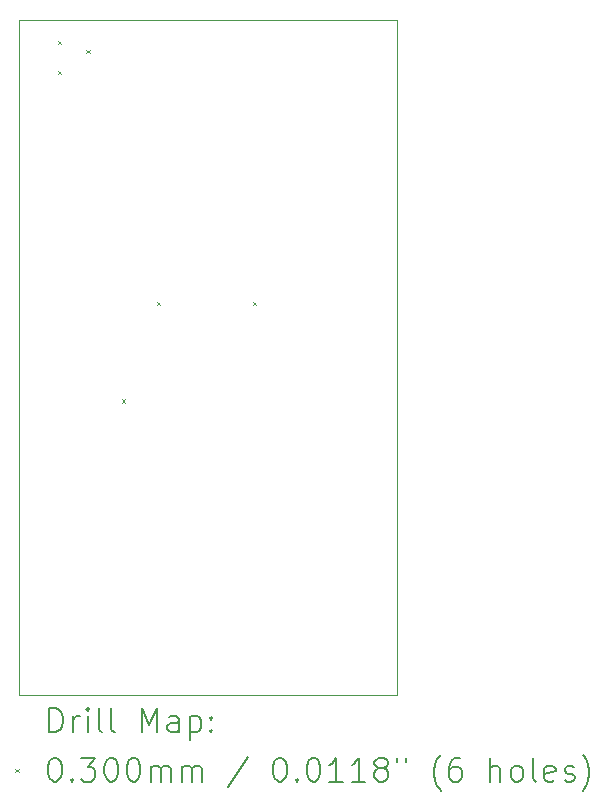
<source format=gbr>
%TF.GenerationSoftware,KiCad,Pcbnew,8.0.3*%
%TF.CreationDate,2024-06-25T22:23:39-04:00*%
%TF.ProjectId,ESP32-S3-DevBoard,45535033-322d-4533-932d-446576426f61,rev?*%
%TF.SameCoordinates,Original*%
%TF.FileFunction,Drillmap*%
%TF.FilePolarity,Positive*%
%FSLAX45Y45*%
G04 Gerber Fmt 4.5, Leading zero omitted, Abs format (unit mm)*
G04 Created by KiCad (PCBNEW 8.0.3) date 2024-06-25 22:23:39*
%MOMM*%
%LPD*%
G01*
G04 APERTURE LIST*
%ADD10C,0.050000*%
%ADD11C,0.200000*%
%ADD12C,0.100000*%
G04 APERTURE END LIST*
D10*
X17462500Y-5295900D02*
X20662900Y-5295900D01*
X20662900Y-11010900D01*
X17462500Y-11010900D01*
X17462500Y-5295900D01*
D11*
D12*
X17790400Y-5471400D02*
X17820400Y-5501400D01*
X17820400Y-5471400D02*
X17790400Y-5501400D01*
X17790400Y-5725400D02*
X17820400Y-5755400D01*
X17820400Y-5725400D02*
X17790400Y-5755400D01*
X18034100Y-5550000D02*
X18064100Y-5580000D01*
X18064100Y-5550000D02*
X18034100Y-5580000D01*
X18334150Y-8509050D02*
X18364150Y-8539050D01*
X18364150Y-8509050D02*
X18334150Y-8539050D01*
X18628600Y-7681200D02*
X18658600Y-7711200D01*
X18658600Y-7681200D02*
X18628600Y-7711200D01*
X19441400Y-7681200D02*
X19471400Y-7711200D01*
X19471400Y-7681200D02*
X19441400Y-7711200D01*
D11*
X17720777Y-11324884D02*
X17720777Y-11124884D01*
X17720777Y-11124884D02*
X17768396Y-11124884D01*
X17768396Y-11124884D02*
X17796967Y-11134408D01*
X17796967Y-11134408D02*
X17816015Y-11153455D01*
X17816015Y-11153455D02*
X17825539Y-11172503D01*
X17825539Y-11172503D02*
X17835063Y-11210598D01*
X17835063Y-11210598D02*
X17835063Y-11239169D01*
X17835063Y-11239169D02*
X17825539Y-11277265D01*
X17825539Y-11277265D02*
X17816015Y-11296312D01*
X17816015Y-11296312D02*
X17796967Y-11315360D01*
X17796967Y-11315360D02*
X17768396Y-11324884D01*
X17768396Y-11324884D02*
X17720777Y-11324884D01*
X17920777Y-11324884D02*
X17920777Y-11191550D01*
X17920777Y-11229646D02*
X17930301Y-11210598D01*
X17930301Y-11210598D02*
X17939824Y-11201074D01*
X17939824Y-11201074D02*
X17958872Y-11191550D01*
X17958872Y-11191550D02*
X17977920Y-11191550D01*
X18044586Y-11324884D02*
X18044586Y-11191550D01*
X18044586Y-11124884D02*
X18035063Y-11134408D01*
X18035063Y-11134408D02*
X18044586Y-11143931D01*
X18044586Y-11143931D02*
X18054110Y-11134408D01*
X18054110Y-11134408D02*
X18044586Y-11124884D01*
X18044586Y-11124884D02*
X18044586Y-11143931D01*
X18168396Y-11324884D02*
X18149348Y-11315360D01*
X18149348Y-11315360D02*
X18139824Y-11296312D01*
X18139824Y-11296312D02*
X18139824Y-11124884D01*
X18273158Y-11324884D02*
X18254110Y-11315360D01*
X18254110Y-11315360D02*
X18244586Y-11296312D01*
X18244586Y-11296312D02*
X18244586Y-11124884D01*
X18501729Y-11324884D02*
X18501729Y-11124884D01*
X18501729Y-11124884D02*
X18568396Y-11267741D01*
X18568396Y-11267741D02*
X18635063Y-11124884D01*
X18635063Y-11124884D02*
X18635063Y-11324884D01*
X18816015Y-11324884D02*
X18816015Y-11220122D01*
X18816015Y-11220122D02*
X18806491Y-11201074D01*
X18806491Y-11201074D02*
X18787444Y-11191550D01*
X18787444Y-11191550D02*
X18749348Y-11191550D01*
X18749348Y-11191550D02*
X18730301Y-11201074D01*
X18816015Y-11315360D02*
X18796967Y-11324884D01*
X18796967Y-11324884D02*
X18749348Y-11324884D01*
X18749348Y-11324884D02*
X18730301Y-11315360D01*
X18730301Y-11315360D02*
X18720777Y-11296312D01*
X18720777Y-11296312D02*
X18720777Y-11277265D01*
X18720777Y-11277265D02*
X18730301Y-11258217D01*
X18730301Y-11258217D02*
X18749348Y-11248693D01*
X18749348Y-11248693D02*
X18796967Y-11248693D01*
X18796967Y-11248693D02*
X18816015Y-11239169D01*
X18911253Y-11191550D02*
X18911253Y-11391550D01*
X18911253Y-11201074D02*
X18930301Y-11191550D01*
X18930301Y-11191550D02*
X18968396Y-11191550D01*
X18968396Y-11191550D02*
X18987444Y-11201074D01*
X18987444Y-11201074D02*
X18996967Y-11210598D01*
X18996967Y-11210598D02*
X19006491Y-11229646D01*
X19006491Y-11229646D02*
X19006491Y-11286788D01*
X19006491Y-11286788D02*
X18996967Y-11305836D01*
X18996967Y-11305836D02*
X18987444Y-11315360D01*
X18987444Y-11315360D02*
X18968396Y-11324884D01*
X18968396Y-11324884D02*
X18930301Y-11324884D01*
X18930301Y-11324884D02*
X18911253Y-11315360D01*
X19092205Y-11305836D02*
X19101729Y-11315360D01*
X19101729Y-11315360D02*
X19092205Y-11324884D01*
X19092205Y-11324884D02*
X19082682Y-11315360D01*
X19082682Y-11315360D02*
X19092205Y-11305836D01*
X19092205Y-11305836D02*
X19092205Y-11324884D01*
X19092205Y-11201074D02*
X19101729Y-11210598D01*
X19101729Y-11210598D02*
X19092205Y-11220122D01*
X19092205Y-11220122D02*
X19082682Y-11210598D01*
X19082682Y-11210598D02*
X19092205Y-11201074D01*
X19092205Y-11201074D02*
X19092205Y-11220122D01*
D12*
X17430000Y-11638400D02*
X17460000Y-11668400D01*
X17460000Y-11638400D02*
X17430000Y-11668400D01*
D11*
X17758872Y-11544884D02*
X17777920Y-11544884D01*
X17777920Y-11544884D02*
X17796967Y-11554408D01*
X17796967Y-11554408D02*
X17806491Y-11563931D01*
X17806491Y-11563931D02*
X17816015Y-11582979D01*
X17816015Y-11582979D02*
X17825539Y-11621074D01*
X17825539Y-11621074D02*
X17825539Y-11668693D01*
X17825539Y-11668693D02*
X17816015Y-11706788D01*
X17816015Y-11706788D02*
X17806491Y-11725836D01*
X17806491Y-11725836D02*
X17796967Y-11735360D01*
X17796967Y-11735360D02*
X17777920Y-11744884D01*
X17777920Y-11744884D02*
X17758872Y-11744884D01*
X17758872Y-11744884D02*
X17739824Y-11735360D01*
X17739824Y-11735360D02*
X17730301Y-11725836D01*
X17730301Y-11725836D02*
X17720777Y-11706788D01*
X17720777Y-11706788D02*
X17711253Y-11668693D01*
X17711253Y-11668693D02*
X17711253Y-11621074D01*
X17711253Y-11621074D02*
X17720777Y-11582979D01*
X17720777Y-11582979D02*
X17730301Y-11563931D01*
X17730301Y-11563931D02*
X17739824Y-11554408D01*
X17739824Y-11554408D02*
X17758872Y-11544884D01*
X17911253Y-11725836D02*
X17920777Y-11735360D01*
X17920777Y-11735360D02*
X17911253Y-11744884D01*
X17911253Y-11744884D02*
X17901729Y-11735360D01*
X17901729Y-11735360D02*
X17911253Y-11725836D01*
X17911253Y-11725836D02*
X17911253Y-11744884D01*
X17987444Y-11544884D02*
X18111253Y-11544884D01*
X18111253Y-11544884D02*
X18044586Y-11621074D01*
X18044586Y-11621074D02*
X18073158Y-11621074D01*
X18073158Y-11621074D02*
X18092205Y-11630598D01*
X18092205Y-11630598D02*
X18101729Y-11640122D01*
X18101729Y-11640122D02*
X18111253Y-11659169D01*
X18111253Y-11659169D02*
X18111253Y-11706788D01*
X18111253Y-11706788D02*
X18101729Y-11725836D01*
X18101729Y-11725836D02*
X18092205Y-11735360D01*
X18092205Y-11735360D02*
X18073158Y-11744884D01*
X18073158Y-11744884D02*
X18016015Y-11744884D01*
X18016015Y-11744884D02*
X17996967Y-11735360D01*
X17996967Y-11735360D02*
X17987444Y-11725836D01*
X18235063Y-11544884D02*
X18254110Y-11544884D01*
X18254110Y-11544884D02*
X18273158Y-11554408D01*
X18273158Y-11554408D02*
X18282682Y-11563931D01*
X18282682Y-11563931D02*
X18292205Y-11582979D01*
X18292205Y-11582979D02*
X18301729Y-11621074D01*
X18301729Y-11621074D02*
X18301729Y-11668693D01*
X18301729Y-11668693D02*
X18292205Y-11706788D01*
X18292205Y-11706788D02*
X18282682Y-11725836D01*
X18282682Y-11725836D02*
X18273158Y-11735360D01*
X18273158Y-11735360D02*
X18254110Y-11744884D01*
X18254110Y-11744884D02*
X18235063Y-11744884D01*
X18235063Y-11744884D02*
X18216015Y-11735360D01*
X18216015Y-11735360D02*
X18206491Y-11725836D01*
X18206491Y-11725836D02*
X18196967Y-11706788D01*
X18196967Y-11706788D02*
X18187444Y-11668693D01*
X18187444Y-11668693D02*
X18187444Y-11621074D01*
X18187444Y-11621074D02*
X18196967Y-11582979D01*
X18196967Y-11582979D02*
X18206491Y-11563931D01*
X18206491Y-11563931D02*
X18216015Y-11554408D01*
X18216015Y-11554408D02*
X18235063Y-11544884D01*
X18425539Y-11544884D02*
X18444586Y-11544884D01*
X18444586Y-11544884D02*
X18463634Y-11554408D01*
X18463634Y-11554408D02*
X18473158Y-11563931D01*
X18473158Y-11563931D02*
X18482682Y-11582979D01*
X18482682Y-11582979D02*
X18492205Y-11621074D01*
X18492205Y-11621074D02*
X18492205Y-11668693D01*
X18492205Y-11668693D02*
X18482682Y-11706788D01*
X18482682Y-11706788D02*
X18473158Y-11725836D01*
X18473158Y-11725836D02*
X18463634Y-11735360D01*
X18463634Y-11735360D02*
X18444586Y-11744884D01*
X18444586Y-11744884D02*
X18425539Y-11744884D01*
X18425539Y-11744884D02*
X18406491Y-11735360D01*
X18406491Y-11735360D02*
X18396967Y-11725836D01*
X18396967Y-11725836D02*
X18387444Y-11706788D01*
X18387444Y-11706788D02*
X18377920Y-11668693D01*
X18377920Y-11668693D02*
X18377920Y-11621074D01*
X18377920Y-11621074D02*
X18387444Y-11582979D01*
X18387444Y-11582979D02*
X18396967Y-11563931D01*
X18396967Y-11563931D02*
X18406491Y-11554408D01*
X18406491Y-11554408D02*
X18425539Y-11544884D01*
X18577920Y-11744884D02*
X18577920Y-11611550D01*
X18577920Y-11630598D02*
X18587444Y-11621074D01*
X18587444Y-11621074D02*
X18606491Y-11611550D01*
X18606491Y-11611550D02*
X18635063Y-11611550D01*
X18635063Y-11611550D02*
X18654110Y-11621074D01*
X18654110Y-11621074D02*
X18663634Y-11640122D01*
X18663634Y-11640122D02*
X18663634Y-11744884D01*
X18663634Y-11640122D02*
X18673158Y-11621074D01*
X18673158Y-11621074D02*
X18692205Y-11611550D01*
X18692205Y-11611550D02*
X18720777Y-11611550D01*
X18720777Y-11611550D02*
X18739825Y-11621074D01*
X18739825Y-11621074D02*
X18749348Y-11640122D01*
X18749348Y-11640122D02*
X18749348Y-11744884D01*
X18844586Y-11744884D02*
X18844586Y-11611550D01*
X18844586Y-11630598D02*
X18854110Y-11621074D01*
X18854110Y-11621074D02*
X18873158Y-11611550D01*
X18873158Y-11611550D02*
X18901729Y-11611550D01*
X18901729Y-11611550D02*
X18920777Y-11621074D01*
X18920777Y-11621074D02*
X18930301Y-11640122D01*
X18930301Y-11640122D02*
X18930301Y-11744884D01*
X18930301Y-11640122D02*
X18939825Y-11621074D01*
X18939825Y-11621074D02*
X18958872Y-11611550D01*
X18958872Y-11611550D02*
X18987444Y-11611550D01*
X18987444Y-11611550D02*
X19006491Y-11621074D01*
X19006491Y-11621074D02*
X19016015Y-11640122D01*
X19016015Y-11640122D02*
X19016015Y-11744884D01*
X19406491Y-11535360D02*
X19235063Y-11792503D01*
X19663634Y-11544884D02*
X19682682Y-11544884D01*
X19682682Y-11544884D02*
X19701729Y-11554408D01*
X19701729Y-11554408D02*
X19711253Y-11563931D01*
X19711253Y-11563931D02*
X19720777Y-11582979D01*
X19720777Y-11582979D02*
X19730301Y-11621074D01*
X19730301Y-11621074D02*
X19730301Y-11668693D01*
X19730301Y-11668693D02*
X19720777Y-11706788D01*
X19720777Y-11706788D02*
X19711253Y-11725836D01*
X19711253Y-11725836D02*
X19701729Y-11735360D01*
X19701729Y-11735360D02*
X19682682Y-11744884D01*
X19682682Y-11744884D02*
X19663634Y-11744884D01*
X19663634Y-11744884D02*
X19644587Y-11735360D01*
X19644587Y-11735360D02*
X19635063Y-11725836D01*
X19635063Y-11725836D02*
X19625539Y-11706788D01*
X19625539Y-11706788D02*
X19616015Y-11668693D01*
X19616015Y-11668693D02*
X19616015Y-11621074D01*
X19616015Y-11621074D02*
X19625539Y-11582979D01*
X19625539Y-11582979D02*
X19635063Y-11563931D01*
X19635063Y-11563931D02*
X19644587Y-11554408D01*
X19644587Y-11554408D02*
X19663634Y-11544884D01*
X19816015Y-11725836D02*
X19825539Y-11735360D01*
X19825539Y-11735360D02*
X19816015Y-11744884D01*
X19816015Y-11744884D02*
X19806491Y-11735360D01*
X19806491Y-11735360D02*
X19816015Y-11725836D01*
X19816015Y-11725836D02*
X19816015Y-11744884D01*
X19949348Y-11544884D02*
X19968396Y-11544884D01*
X19968396Y-11544884D02*
X19987444Y-11554408D01*
X19987444Y-11554408D02*
X19996968Y-11563931D01*
X19996968Y-11563931D02*
X20006491Y-11582979D01*
X20006491Y-11582979D02*
X20016015Y-11621074D01*
X20016015Y-11621074D02*
X20016015Y-11668693D01*
X20016015Y-11668693D02*
X20006491Y-11706788D01*
X20006491Y-11706788D02*
X19996968Y-11725836D01*
X19996968Y-11725836D02*
X19987444Y-11735360D01*
X19987444Y-11735360D02*
X19968396Y-11744884D01*
X19968396Y-11744884D02*
X19949348Y-11744884D01*
X19949348Y-11744884D02*
X19930301Y-11735360D01*
X19930301Y-11735360D02*
X19920777Y-11725836D01*
X19920777Y-11725836D02*
X19911253Y-11706788D01*
X19911253Y-11706788D02*
X19901729Y-11668693D01*
X19901729Y-11668693D02*
X19901729Y-11621074D01*
X19901729Y-11621074D02*
X19911253Y-11582979D01*
X19911253Y-11582979D02*
X19920777Y-11563931D01*
X19920777Y-11563931D02*
X19930301Y-11554408D01*
X19930301Y-11554408D02*
X19949348Y-11544884D01*
X20206491Y-11744884D02*
X20092206Y-11744884D01*
X20149348Y-11744884D02*
X20149348Y-11544884D01*
X20149348Y-11544884D02*
X20130301Y-11573455D01*
X20130301Y-11573455D02*
X20111253Y-11592503D01*
X20111253Y-11592503D02*
X20092206Y-11602027D01*
X20396968Y-11744884D02*
X20282682Y-11744884D01*
X20339825Y-11744884D02*
X20339825Y-11544884D01*
X20339825Y-11544884D02*
X20320777Y-11573455D01*
X20320777Y-11573455D02*
X20301729Y-11592503D01*
X20301729Y-11592503D02*
X20282682Y-11602027D01*
X20511253Y-11630598D02*
X20492206Y-11621074D01*
X20492206Y-11621074D02*
X20482682Y-11611550D01*
X20482682Y-11611550D02*
X20473158Y-11592503D01*
X20473158Y-11592503D02*
X20473158Y-11582979D01*
X20473158Y-11582979D02*
X20482682Y-11563931D01*
X20482682Y-11563931D02*
X20492206Y-11554408D01*
X20492206Y-11554408D02*
X20511253Y-11544884D01*
X20511253Y-11544884D02*
X20549349Y-11544884D01*
X20549349Y-11544884D02*
X20568396Y-11554408D01*
X20568396Y-11554408D02*
X20577920Y-11563931D01*
X20577920Y-11563931D02*
X20587444Y-11582979D01*
X20587444Y-11582979D02*
X20587444Y-11592503D01*
X20587444Y-11592503D02*
X20577920Y-11611550D01*
X20577920Y-11611550D02*
X20568396Y-11621074D01*
X20568396Y-11621074D02*
X20549349Y-11630598D01*
X20549349Y-11630598D02*
X20511253Y-11630598D01*
X20511253Y-11630598D02*
X20492206Y-11640122D01*
X20492206Y-11640122D02*
X20482682Y-11649646D01*
X20482682Y-11649646D02*
X20473158Y-11668693D01*
X20473158Y-11668693D02*
X20473158Y-11706788D01*
X20473158Y-11706788D02*
X20482682Y-11725836D01*
X20482682Y-11725836D02*
X20492206Y-11735360D01*
X20492206Y-11735360D02*
X20511253Y-11744884D01*
X20511253Y-11744884D02*
X20549349Y-11744884D01*
X20549349Y-11744884D02*
X20568396Y-11735360D01*
X20568396Y-11735360D02*
X20577920Y-11725836D01*
X20577920Y-11725836D02*
X20587444Y-11706788D01*
X20587444Y-11706788D02*
X20587444Y-11668693D01*
X20587444Y-11668693D02*
X20577920Y-11649646D01*
X20577920Y-11649646D02*
X20568396Y-11640122D01*
X20568396Y-11640122D02*
X20549349Y-11630598D01*
X20663634Y-11544884D02*
X20663634Y-11582979D01*
X20739825Y-11544884D02*
X20739825Y-11582979D01*
X21035063Y-11821074D02*
X21025539Y-11811550D01*
X21025539Y-11811550D02*
X21006491Y-11782979D01*
X21006491Y-11782979D02*
X20996968Y-11763931D01*
X20996968Y-11763931D02*
X20987444Y-11735360D01*
X20987444Y-11735360D02*
X20977920Y-11687741D01*
X20977920Y-11687741D02*
X20977920Y-11649646D01*
X20977920Y-11649646D02*
X20987444Y-11602027D01*
X20987444Y-11602027D02*
X20996968Y-11573455D01*
X20996968Y-11573455D02*
X21006491Y-11554408D01*
X21006491Y-11554408D02*
X21025539Y-11525836D01*
X21025539Y-11525836D02*
X21035063Y-11516312D01*
X21196968Y-11544884D02*
X21158872Y-11544884D01*
X21158872Y-11544884D02*
X21139825Y-11554408D01*
X21139825Y-11554408D02*
X21130301Y-11563931D01*
X21130301Y-11563931D02*
X21111253Y-11592503D01*
X21111253Y-11592503D02*
X21101730Y-11630598D01*
X21101730Y-11630598D02*
X21101730Y-11706788D01*
X21101730Y-11706788D02*
X21111253Y-11725836D01*
X21111253Y-11725836D02*
X21120777Y-11735360D01*
X21120777Y-11735360D02*
X21139825Y-11744884D01*
X21139825Y-11744884D02*
X21177920Y-11744884D01*
X21177920Y-11744884D02*
X21196968Y-11735360D01*
X21196968Y-11735360D02*
X21206491Y-11725836D01*
X21206491Y-11725836D02*
X21216015Y-11706788D01*
X21216015Y-11706788D02*
X21216015Y-11659169D01*
X21216015Y-11659169D02*
X21206491Y-11640122D01*
X21206491Y-11640122D02*
X21196968Y-11630598D01*
X21196968Y-11630598D02*
X21177920Y-11621074D01*
X21177920Y-11621074D02*
X21139825Y-11621074D01*
X21139825Y-11621074D02*
X21120777Y-11630598D01*
X21120777Y-11630598D02*
X21111253Y-11640122D01*
X21111253Y-11640122D02*
X21101730Y-11659169D01*
X21454111Y-11744884D02*
X21454111Y-11544884D01*
X21539825Y-11744884D02*
X21539825Y-11640122D01*
X21539825Y-11640122D02*
X21530301Y-11621074D01*
X21530301Y-11621074D02*
X21511253Y-11611550D01*
X21511253Y-11611550D02*
X21482682Y-11611550D01*
X21482682Y-11611550D02*
X21463634Y-11621074D01*
X21463634Y-11621074D02*
X21454111Y-11630598D01*
X21663634Y-11744884D02*
X21644587Y-11735360D01*
X21644587Y-11735360D02*
X21635063Y-11725836D01*
X21635063Y-11725836D02*
X21625539Y-11706788D01*
X21625539Y-11706788D02*
X21625539Y-11649646D01*
X21625539Y-11649646D02*
X21635063Y-11630598D01*
X21635063Y-11630598D02*
X21644587Y-11621074D01*
X21644587Y-11621074D02*
X21663634Y-11611550D01*
X21663634Y-11611550D02*
X21692206Y-11611550D01*
X21692206Y-11611550D02*
X21711253Y-11621074D01*
X21711253Y-11621074D02*
X21720777Y-11630598D01*
X21720777Y-11630598D02*
X21730301Y-11649646D01*
X21730301Y-11649646D02*
X21730301Y-11706788D01*
X21730301Y-11706788D02*
X21720777Y-11725836D01*
X21720777Y-11725836D02*
X21711253Y-11735360D01*
X21711253Y-11735360D02*
X21692206Y-11744884D01*
X21692206Y-11744884D02*
X21663634Y-11744884D01*
X21844587Y-11744884D02*
X21825539Y-11735360D01*
X21825539Y-11735360D02*
X21816015Y-11716312D01*
X21816015Y-11716312D02*
X21816015Y-11544884D01*
X21996968Y-11735360D02*
X21977920Y-11744884D01*
X21977920Y-11744884D02*
X21939825Y-11744884D01*
X21939825Y-11744884D02*
X21920777Y-11735360D01*
X21920777Y-11735360D02*
X21911253Y-11716312D01*
X21911253Y-11716312D02*
X21911253Y-11640122D01*
X21911253Y-11640122D02*
X21920777Y-11621074D01*
X21920777Y-11621074D02*
X21939825Y-11611550D01*
X21939825Y-11611550D02*
X21977920Y-11611550D01*
X21977920Y-11611550D02*
X21996968Y-11621074D01*
X21996968Y-11621074D02*
X22006492Y-11640122D01*
X22006492Y-11640122D02*
X22006492Y-11659169D01*
X22006492Y-11659169D02*
X21911253Y-11678217D01*
X22082682Y-11735360D02*
X22101730Y-11744884D01*
X22101730Y-11744884D02*
X22139825Y-11744884D01*
X22139825Y-11744884D02*
X22158873Y-11735360D01*
X22158873Y-11735360D02*
X22168396Y-11716312D01*
X22168396Y-11716312D02*
X22168396Y-11706788D01*
X22168396Y-11706788D02*
X22158873Y-11687741D01*
X22158873Y-11687741D02*
X22139825Y-11678217D01*
X22139825Y-11678217D02*
X22111253Y-11678217D01*
X22111253Y-11678217D02*
X22092206Y-11668693D01*
X22092206Y-11668693D02*
X22082682Y-11649646D01*
X22082682Y-11649646D02*
X22082682Y-11640122D01*
X22082682Y-11640122D02*
X22092206Y-11621074D01*
X22092206Y-11621074D02*
X22111253Y-11611550D01*
X22111253Y-11611550D02*
X22139825Y-11611550D01*
X22139825Y-11611550D02*
X22158873Y-11621074D01*
X22235063Y-11821074D02*
X22244587Y-11811550D01*
X22244587Y-11811550D02*
X22263634Y-11782979D01*
X22263634Y-11782979D02*
X22273158Y-11763931D01*
X22273158Y-11763931D02*
X22282682Y-11735360D01*
X22282682Y-11735360D02*
X22292206Y-11687741D01*
X22292206Y-11687741D02*
X22292206Y-11649646D01*
X22292206Y-11649646D02*
X22282682Y-11602027D01*
X22282682Y-11602027D02*
X22273158Y-11573455D01*
X22273158Y-11573455D02*
X22263634Y-11554408D01*
X22263634Y-11554408D02*
X22244587Y-11525836D01*
X22244587Y-11525836D02*
X22235063Y-11516312D01*
M02*

</source>
